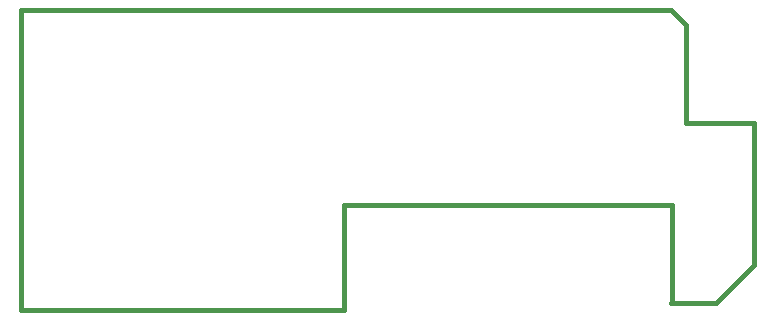
<source format=gbr>
G04 (created by PCBNEW-RS274X (2011-11-27 BZR 3249)-stable) date 26/12/2011 7:02:06 p.m.*
G01*
G70*
G90*
%MOIN*%
G04 Gerber Fmt 3.4, Leading zero omitted, Abs format*
%FSLAX34Y34*%
G04 APERTURE LIST*
%ADD10C,0.006000*%
%ADD11C,0.015000*%
G04 APERTURE END LIST*
G54D10*
G54D11*
X00787Y-10236D02*
X00787Y-00232D01*
X11578Y-06748D02*
X11578Y-10193D01*
X22484Y-06748D02*
X11578Y-06748D01*
X22484Y-09982D02*
X22484Y-06748D01*
X22978Y-00732D02*
X22478Y-00232D01*
X22978Y-03982D02*
X25228Y-03982D01*
X22978Y-00732D02*
X22978Y-03982D01*
X23978Y-09982D02*
X25228Y-08732D01*
X22478Y-09982D02*
X23978Y-09982D01*
X11578Y-10222D02*
X00787Y-10222D01*
X25228Y-03982D02*
X25228Y-08732D01*
X00787Y-00232D02*
X22478Y-00232D01*
M02*

</source>
